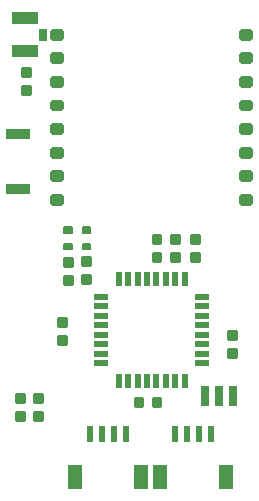
<source format=gbr>
G04 EAGLE Gerber RS-274X export*
G75*
%MOMM*%
%FSLAX34Y34*%
%LPD*%
%INSolderpaste Top*%
%IPPOS*%
%AMOC8*
5,1,8,0,0,1.08239X$1,22.5*%
G01*
%ADD10C,0.222250*%
%ADD11C,0.500000*%
%ADD12R,2.200000X1.050000*%
%ADD13R,0.800000X1.000000*%
%ADD14R,0.600000X1.350000*%
%ADD15R,1.200000X2.000000*%
%ADD16R,2.000000X0.870000*%
%ADD17R,0.558800X1.270000*%
%ADD18R,1.270000X0.558800*%
%ADD19C,0.158750*%
%ADD20R,0.700000X1.700000*%


D10*
X19838Y355310D02*
X19838Y361978D01*
X26506Y361978D01*
X26506Y355310D01*
X19838Y355310D01*
X19838Y357422D02*
X26506Y357422D01*
X26506Y359534D02*
X19838Y359534D01*
X19838Y361646D02*
X26506Y361646D01*
X19838Y346738D02*
X19838Y340070D01*
X19838Y346738D02*
X26506Y346738D01*
X26506Y340070D01*
X19838Y340070D01*
X19838Y342182D02*
X26506Y342182D01*
X26506Y344294D02*
X19838Y344294D01*
X19838Y346406D02*
X26506Y346406D01*
D11*
X45800Y387500D02*
X52800Y387500D01*
X45800Y387500D02*
X45800Y392500D01*
X52800Y392500D01*
X52800Y387500D01*
X52800Y392250D02*
X45800Y392250D01*
X45800Y367500D02*
X52800Y367500D01*
X45800Y367500D02*
X45800Y372500D01*
X52800Y372500D01*
X52800Y367500D01*
X52800Y372250D02*
X45800Y372250D01*
X45800Y347500D02*
X52800Y347500D01*
X45800Y347500D02*
X45800Y352500D01*
X52800Y352500D01*
X52800Y347500D01*
X52800Y352250D02*
X45800Y352250D01*
X45800Y327500D02*
X52800Y327500D01*
X45800Y327500D02*
X45800Y332500D01*
X52800Y332500D01*
X52800Y327500D01*
X52800Y332250D02*
X45800Y332250D01*
X45800Y307500D02*
X52800Y307500D01*
X45800Y307500D02*
X45800Y312500D01*
X52800Y312500D01*
X52800Y307500D01*
X52800Y312250D02*
X45800Y312250D01*
X45800Y287500D02*
X52800Y287500D01*
X45800Y287500D02*
X45800Y292500D01*
X52800Y292500D01*
X52800Y287500D01*
X52800Y292250D02*
X45800Y292250D01*
X45800Y267500D02*
X52800Y267500D01*
X45800Y267500D02*
X45800Y272500D01*
X52800Y272500D01*
X52800Y267500D01*
X52800Y272250D02*
X45800Y272250D01*
X45800Y247500D02*
X52800Y247500D01*
X45800Y247500D02*
X45800Y252500D01*
X52800Y252500D01*
X52800Y247500D01*
X52800Y252250D02*
X45800Y252250D01*
X205800Y252500D02*
X212800Y252500D01*
X212800Y247500D01*
X205800Y247500D01*
X205800Y252500D01*
X205800Y252250D02*
X212800Y252250D01*
X212800Y272500D02*
X205800Y272500D01*
X212800Y272500D02*
X212800Y267500D01*
X205800Y267500D01*
X205800Y272500D01*
X205800Y272250D02*
X212800Y272250D01*
X212800Y292500D02*
X205800Y292500D01*
X212800Y292500D02*
X212800Y287500D01*
X205800Y287500D01*
X205800Y292500D01*
X205800Y292250D02*
X212800Y292250D01*
X212800Y312500D02*
X205800Y312500D01*
X212800Y312500D02*
X212800Y307500D01*
X205800Y307500D01*
X205800Y312500D01*
X205800Y312250D02*
X212800Y312250D01*
X212800Y332500D02*
X205800Y332500D01*
X212800Y332500D02*
X212800Y327500D01*
X205800Y327500D01*
X205800Y332500D01*
X205800Y332250D02*
X212800Y332250D01*
X212800Y352500D02*
X205800Y352500D01*
X212800Y352500D02*
X212800Y347500D01*
X205800Y347500D01*
X205800Y352500D01*
X205800Y352250D02*
X212800Y352250D01*
X212800Y372500D02*
X205800Y372500D01*
X212800Y372500D02*
X212800Y367500D01*
X205800Y367500D01*
X205800Y372500D01*
X205800Y372250D02*
X212800Y372250D01*
X212800Y392500D02*
X205800Y392500D01*
X212800Y392500D02*
X212800Y387500D01*
X205800Y387500D01*
X205800Y392500D01*
X205800Y392250D02*
X212800Y392250D01*
D12*
X21882Y403834D03*
X21882Y376334D03*
D13*
X37132Y390084D03*
D10*
X36550Y85644D02*
X29882Y85644D01*
X36550Y85644D02*
X36550Y78976D01*
X29882Y78976D01*
X29882Y85644D01*
X29882Y81088D02*
X36550Y81088D01*
X36550Y83200D02*
X29882Y83200D01*
X29882Y85312D02*
X36550Y85312D01*
X21310Y85644D02*
X14642Y85644D01*
X21310Y85644D02*
X21310Y78976D01*
X14642Y78976D01*
X14642Y85644D01*
X14642Y81088D02*
X21310Y81088D01*
X21310Y83200D02*
X14642Y83200D01*
X14642Y85312D02*
X21310Y85312D01*
X29926Y70306D02*
X36594Y70306D01*
X36594Y63638D01*
X29926Y63638D01*
X29926Y70306D01*
X29926Y65750D02*
X36594Y65750D01*
X36594Y67862D02*
X29926Y67862D01*
X29926Y69974D02*
X36594Y69974D01*
X21354Y70306D02*
X14686Y70306D01*
X21354Y70306D02*
X21354Y63638D01*
X14686Y63638D01*
X14686Y70306D01*
X14686Y65750D02*
X21354Y65750D01*
X21354Y67862D02*
X14686Y67862D01*
X14686Y69974D02*
X21354Y69974D01*
D14*
X149200Y52000D03*
X159200Y52000D03*
X169200Y52000D03*
X179200Y52000D03*
D15*
X192200Y15250D03*
X136200Y15250D03*
D14*
X77340Y52000D03*
X87340Y52000D03*
X97340Y52000D03*
X107340Y52000D03*
D15*
X120340Y15250D03*
X64340Y15250D03*
D16*
X16070Y259532D03*
X16070Y305532D03*
D17*
X101300Y97074D03*
X109300Y97074D03*
X117300Y97074D03*
X125300Y97074D03*
X133300Y97074D03*
X141300Y97074D03*
X149300Y97074D03*
X157300Y97074D03*
D18*
X172226Y112000D03*
X172226Y120000D03*
X172226Y128000D03*
X172226Y136000D03*
X172226Y144000D03*
X172226Y152000D03*
X172226Y160000D03*
X172226Y168000D03*
D17*
X157300Y182926D03*
X149300Y182926D03*
X141300Y182926D03*
X133300Y182926D03*
X125300Y182926D03*
X117300Y182926D03*
X109300Y182926D03*
X101300Y182926D03*
D18*
X86374Y168000D03*
X86374Y160000D03*
X86374Y152000D03*
X86374Y144000D03*
X86374Y136000D03*
X86374Y128000D03*
X86374Y120000D03*
X86374Y112000D03*
D10*
X169450Y198342D02*
X169450Y205010D01*
X169450Y198342D02*
X162782Y198342D01*
X162782Y205010D01*
X169450Y205010D01*
X169450Y200454D02*
X162782Y200454D01*
X162782Y202566D02*
X169450Y202566D01*
X169450Y204678D02*
X162782Y204678D01*
X169450Y213582D02*
X169450Y220250D01*
X169450Y213582D02*
X162782Y213582D01*
X162782Y220250D01*
X169450Y220250D01*
X169450Y215694D02*
X162782Y215694D01*
X162782Y217806D02*
X169450Y217806D01*
X169450Y219918D02*
X162782Y219918D01*
X130016Y220250D02*
X130016Y213582D01*
X130016Y220250D02*
X136684Y220250D01*
X136684Y213582D01*
X130016Y213582D01*
X130016Y215694D02*
X136684Y215694D01*
X136684Y217806D02*
X130016Y217806D01*
X130016Y219918D02*
X136684Y219918D01*
X130016Y205010D02*
X130016Y198342D01*
X130016Y205010D02*
X136684Y205010D01*
X136684Y198342D01*
X130016Y198342D01*
X130016Y200454D02*
X136684Y200454D01*
X136684Y202566D02*
X130016Y202566D01*
X130016Y204678D02*
X136684Y204678D01*
X121444Y75660D02*
X114776Y75660D01*
X114776Y82328D01*
X121444Y82328D01*
X121444Y75660D01*
X121444Y77772D02*
X114776Y77772D01*
X114776Y79884D02*
X121444Y79884D01*
X121444Y81996D02*
X114776Y81996D01*
X130016Y75660D02*
X136684Y75660D01*
X130016Y75660D02*
X130016Y82328D01*
X136684Y82328D01*
X136684Y75660D01*
X136684Y77772D02*
X130016Y77772D01*
X130016Y79884D02*
X136684Y79884D01*
X136684Y81996D02*
X130016Y81996D01*
X146018Y213582D02*
X146018Y220250D01*
X152686Y220250D01*
X152686Y213582D01*
X146018Y213582D01*
X146018Y215694D02*
X152686Y215694D01*
X152686Y217806D02*
X146018Y217806D01*
X146018Y219918D02*
X152686Y219918D01*
X146018Y205010D02*
X146018Y198342D01*
X146018Y205010D02*
X152686Y205010D01*
X152686Y198342D01*
X146018Y198342D01*
X146018Y200454D02*
X152686Y200454D01*
X152686Y202566D02*
X146018Y202566D01*
X146018Y204678D02*
X152686Y204678D01*
D19*
X77374Y208312D02*
X77374Y213074D01*
X77374Y208312D02*
X70962Y208312D01*
X70962Y213074D01*
X77374Y213074D01*
X77374Y209821D02*
X70962Y209821D01*
X70962Y211330D02*
X77374Y211330D01*
X77374Y212839D02*
X70962Y212839D01*
X77374Y222282D02*
X77374Y227044D01*
X77374Y222282D02*
X70962Y222282D01*
X70962Y227044D01*
X77374Y227044D01*
X77374Y223791D02*
X70962Y223791D01*
X70962Y225300D02*
X77374Y225300D01*
X77374Y226809D02*
X70962Y226809D01*
X61626Y213074D02*
X61626Y208312D01*
X55214Y208312D01*
X55214Y213074D01*
X61626Y213074D01*
X61626Y209821D02*
X55214Y209821D01*
X55214Y211330D02*
X61626Y211330D01*
X61626Y212839D02*
X55214Y212839D01*
X61626Y222282D02*
X61626Y227044D01*
X61626Y222282D02*
X55214Y222282D01*
X55214Y227044D01*
X61626Y227044D01*
X61626Y223791D02*
X55214Y223791D01*
X55214Y225300D02*
X61626Y225300D01*
X61626Y226809D02*
X55214Y226809D01*
D10*
X70326Y201454D02*
X70326Y194786D01*
X70326Y201454D02*
X76994Y201454D01*
X76994Y194786D01*
X70326Y194786D01*
X70326Y196898D02*
X76994Y196898D01*
X76994Y199010D02*
X70326Y199010D01*
X70326Y201122D02*
X76994Y201122D01*
X70326Y186214D02*
X70326Y179546D01*
X70326Y186214D02*
X76994Y186214D01*
X76994Y179546D01*
X70326Y179546D01*
X70326Y181658D02*
X76994Y181658D01*
X76994Y183770D02*
X70326Y183770D01*
X70326Y185882D02*
X76994Y185882D01*
X55340Y194532D02*
X55340Y201200D01*
X62008Y201200D01*
X62008Y194532D01*
X55340Y194532D01*
X55340Y196644D02*
X62008Y196644D01*
X62008Y198756D02*
X55340Y198756D01*
X55340Y200868D02*
X62008Y200868D01*
X55340Y185960D02*
X55340Y179292D01*
X55340Y185960D02*
X62008Y185960D01*
X62008Y179292D01*
X55340Y179292D01*
X55340Y181404D02*
X62008Y181404D01*
X62008Y183516D02*
X55340Y183516D01*
X55340Y185628D02*
X62008Y185628D01*
D20*
X198182Y83820D03*
X186182Y83820D03*
X174182Y83820D03*
D10*
X194024Y132556D02*
X194024Y139224D01*
X200692Y139224D01*
X200692Y132556D01*
X194024Y132556D01*
X194024Y134668D02*
X200692Y134668D01*
X200692Y136780D02*
X194024Y136780D01*
X194024Y138892D02*
X200692Y138892D01*
X194024Y123984D02*
X194024Y117316D01*
X194024Y123984D02*
X200692Y123984D01*
X200692Y117316D01*
X194024Y117316D01*
X194024Y119428D02*
X200692Y119428D01*
X200692Y121540D02*
X194024Y121540D01*
X194024Y123652D02*
X200692Y123652D01*
X56674Y128492D02*
X56674Y135160D01*
X56674Y128492D02*
X50006Y128492D01*
X50006Y135160D01*
X56674Y135160D01*
X56674Y130604D02*
X50006Y130604D01*
X50006Y132716D02*
X56674Y132716D01*
X56674Y134828D02*
X50006Y134828D01*
X56674Y143732D02*
X56674Y150400D01*
X56674Y143732D02*
X50006Y143732D01*
X50006Y150400D01*
X56674Y150400D01*
X56674Y145844D02*
X50006Y145844D01*
X50006Y147956D02*
X56674Y147956D01*
X56674Y150068D02*
X50006Y150068D01*
M02*

</source>
